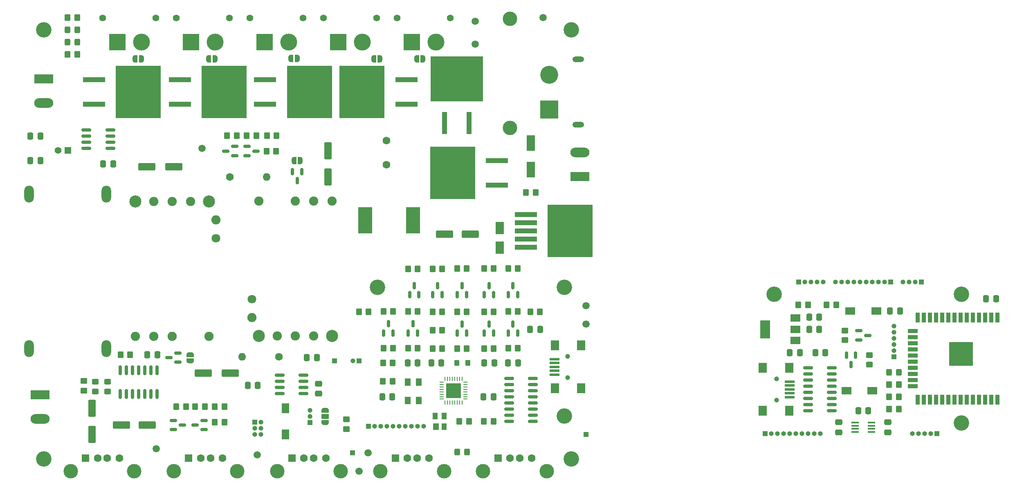
<source format=gbr>
%TF.GenerationSoftware,KiCad,Pcbnew,(6.0.0)*%
%TF.CreationDate,2022-02-25T16:17:33+00:00*%
%TF.ProjectId,ISOpower,49534f70-6f77-4657-922e-6b696361645f,rev?*%
%TF.SameCoordinates,Original*%
%TF.FileFunction,Soldermask,Top*%
%TF.FilePolarity,Negative*%
%FSLAX46Y46*%
G04 Gerber Fmt 4.6, Leading zero omitted, Abs format (unit mm)*
G04 Created by KiCad (PCBNEW (6.0.0)) date 2022-02-25 16:17:33*
%MOMM*%
%LPD*%
G01*
G04 APERTURE LIST*
G04 Aperture macros list*
%AMRoundRect*
0 Rectangle with rounded corners*
0 $1 Rounding radius*
0 $2 $3 $4 $5 $6 $7 $8 $9 X,Y pos of 4 corners*
0 Add a 4 corners polygon primitive as box body*
4,1,4,$2,$3,$4,$5,$6,$7,$8,$9,$2,$3,0*
0 Add four circle primitives for the rounded corners*
1,1,$1+$1,$2,$3*
1,1,$1+$1,$4,$5*
1,1,$1+$1,$6,$7*
1,1,$1+$1,$8,$9*
0 Add four rect primitives between the rounded corners*
20,1,$1+$1,$2,$3,$4,$5,0*
20,1,$1+$1,$4,$5,$6,$7,0*
20,1,$1+$1,$6,$7,$8,$9,0*
20,1,$1+$1,$8,$9,$2,$3,0*%
%AMFreePoly0*
4,1,22,0.500000,-0.750000,0.000000,-0.750000,0.000000,-0.745033,-0.079941,-0.743568,-0.215256,-0.701293,-0.333266,-0.622738,-0.424486,-0.514219,-0.481581,-0.384460,-0.499164,-0.250000,-0.500000,-0.250000,-0.500000,0.250000,-0.499164,0.250000,-0.499963,0.256109,-0.478152,0.396186,-0.417904,0.524511,-0.324060,0.630769,-0.204165,0.706417,-0.067858,0.745374,0.000000,0.744959,0.000000,0.750000,
0.500000,0.750000,0.500000,-0.750000,0.500000,-0.750000,$1*%
%AMFreePoly1*
4,1,20,0.000000,0.744959,0.073905,0.744508,0.209726,0.703889,0.328688,0.626782,0.421226,0.519385,0.479903,0.390333,0.500000,0.250000,0.500000,-0.250000,0.499851,-0.262216,0.476331,-0.402017,0.414519,-0.529596,0.319384,-0.634700,0.198574,-0.708877,0.061801,-0.746166,0.000000,-0.745033,0.000000,-0.750000,-0.500000,-0.750000,-0.500000,0.750000,0.000000,0.750000,0.000000,0.744959,
0.000000,0.744959,$1*%
%AMFreePoly2*
4,1,22,0.550000,-0.750000,0.000000,-0.750000,0.000000,-0.745033,-0.079941,-0.743568,-0.215256,-0.701293,-0.333266,-0.622738,-0.424486,-0.514219,-0.481581,-0.384460,-0.499164,-0.250000,-0.500000,-0.250000,-0.500000,0.250000,-0.499164,0.250000,-0.499963,0.256109,-0.478152,0.396186,-0.417904,0.524511,-0.324060,0.630769,-0.204165,0.706417,-0.067858,0.745374,0.000000,0.744959,0.000000,0.750000,
0.550000,0.750000,0.550000,-0.750000,0.550000,-0.750000,$1*%
%AMFreePoly3*
4,1,20,0.000000,0.744959,0.073905,0.744508,0.209726,0.703889,0.328688,0.626782,0.421226,0.519385,0.479903,0.390333,0.500000,0.250000,0.500000,-0.250000,0.499851,-0.262216,0.476331,-0.402017,0.414519,-0.529596,0.319384,-0.634700,0.198574,-0.708877,0.061801,-0.746166,0.000000,-0.745033,0.000000,-0.750000,-0.550000,-0.750000,-0.550000,0.750000,0.000000,0.750000,0.000000,0.744959,
0.000000,0.744959,$1*%
G04 Aperture macros list end*
%ADD10FreePoly0,180.000000*%
%ADD11FreePoly1,180.000000*%
%ADD12FreePoly0,90.000000*%
%ADD13FreePoly1,90.000000*%
%ADD14FreePoly0,0.000000*%
%ADD15FreePoly1,0.000000*%
%ADD16C,3.716000*%
%ADD17R,3.716000X3.716000*%
%ADD18O,2.400000X1.200000*%
%ADD19R,1.800000X2.500000*%
%ADD20R,1.600000X1.500000*%
%ADD21C,1.600000*%
%ADD22C,3.000000*%
%ADD23C,1.500000*%
%ADD24R,1.000000X1.000000*%
%ADD25O,1.000000X1.000000*%
%ADD26RoundRect,0.250000X-1.500000X-0.550000X1.500000X-0.550000X1.500000X0.550000X-1.500000X0.550000X0*%
%ADD27R,4.600000X1.100000*%
%ADD28R,9.400000X10.800000*%
%ADD29C,1.400000*%
%ADD30R,3.500000X3.500000*%
%ADD31C,3.500000*%
%ADD32RoundRect,0.150000X0.150000X-0.587500X0.150000X0.587500X-0.150000X0.587500X-0.150000X-0.587500X0*%
%ADD33RoundRect,0.062500X-0.375000X-0.062500X0.375000X-0.062500X0.375000X0.062500X-0.375000X0.062500X0*%
%ADD34RoundRect,0.062500X-0.062500X-0.375000X0.062500X-0.375000X0.062500X0.375000X-0.062500X0.375000X0*%
%ADD35R,3.100000X3.100000*%
%ADD36C,3.200000*%
%ADD37RoundRect,0.250000X-0.350000X-0.450000X0.350000X-0.450000X0.350000X0.450000X-0.350000X0.450000X0*%
%ADD38R,2.000000X1.600000*%
%ADD39C,1.000000*%
%ADD40R,2.000000X0.500000*%
%ADD41R,1.700000X2.000000*%
%ADD42O,1.600000X1.600000*%
%ADD43RoundRect,0.150000X0.150000X-0.825000X0.150000X0.825000X-0.150000X0.825000X-0.150000X-0.825000X0*%
%ADD44RoundRect,0.250000X0.337500X0.475000X-0.337500X0.475000X-0.337500X-0.475000X0.337500X-0.475000X0*%
%ADD45R,3.960000X1.980000*%
%ADD46O,3.960000X1.980000*%
%ADD47R,0.900000X2.000000*%
%ADD48R,2.000000X0.900000*%
%ADD49R,5.000000X5.000000*%
%ADD50RoundRect,0.250000X-0.337500X-0.475000X0.337500X-0.475000X0.337500X0.475000X-0.337500X0.475000X0*%
%ADD51RoundRect,0.250000X-0.325000X-0.450000X0.325000X-0.450000X0.325000X0.450000X-0.325000X0.450000X0*%
%ADD52RoundRect,0.250000X0.550000X-1.500000X0.550000X1.500000X-0.550000X1.500000X-0.550000X-1.500000X0*%
%ADD53R,1.600000X0.300000*%
%ADD54C,1.900000*%
%ADD55C,1.800000*%
%ADD56C,2.500000*%
%ADD57RoundRect,0.250000X0.350000X0.450000X-0.350000X0.450000X-0.350000X-0.450000X0.350000X-0.450000X0*%
%ADD58RoundRect,0.150000X-0.825000X-0.150000X0.825000X-0.150000X0.825000X0.150000X-0.825000X0.150000X0*%
%ADD59RoundRect,0.250000X-0.450000X0.325000X-0.450000X-0.325000X0.450000X-0.325000X0.450000X0.325000X0*%
%ADD60RoundRect,0.250000X0.325000X0.450000X-0.325000X0.450000X-0.325000X-0.450000X0.325000X-0.450000X0*%
%ADD61R,1.600000X2.000000*%
%ADD62R,1.300000X1.600000*%
%ADD63RoundRect,0.250000X-0.275000X-0.350000X0.275000X-0.350000X0.275000X0.350000X-0.275000X0.350000X0*%
%ADD64RoundRect,0.250000X-0.550000X1.500000X-0.550000X-1.500000X0.550000X-1.500000X0.550000X1.500000X0*%
%ADD65O,2.000000X3.500000*%
%ADD66R,1.400000X1.400000*%
%ADD67R,1.200000X1.400000*%
%ADD68R,1.000000X1.400000*%
%ADD69RoundRect,0.250000X0.475000X-0.337500X0.475000X0.337500X-0.475000X0.337500X-0.475000X-0.337500X0*%
%ADD70FreePoly2,270.000000*%
%ADD71R,1.500000X1.000000*%
%ADD72FreePoly3,270.000000*%
%ADD73R,1.100000X4.600000*%
%ADD74R,10.800000X9.400000*%
%ADD75RoundRect,0.250000X-0.450000X0.350000X-0.450000X-0.350000X0.450000X-0.350000X0.450000X0.350000X0*%
%ADD76RoundRect,0.150000X0.825000X0.150000X-0.825000X0.150000X-0.825000X-0.150000X0.825000X-0.150000X0*%
%ADD77RoundRect,0.150000X0.587500X0.150000X-0.587500X0.150000X-0.587500X-0.150000X0.587500X-0.150000X0*%
%ADD78RoundRect,0.250000X-0.475000X0.337500X-0.475000X-0.337500X0.475000X-0.337500X0.475000X0.337500X0*%
%ADD79RoundRect,0.150000X-0.587500X-0.150000X0.587500X-0.150000X0.587500X0.150000X-0.587500X0.150000X0*%
%ADD80R,2.000000X1.500000*%
%ADD81R,2.000000X3.800000*%
%ADD82RoundRect,0.150000X-0.150000X0.587500X-0.150000X-0.587500X0.150000X-0.587500X0.150000X0.587500X0*%
%ADD83RoundRect,0.250000X1.500000X0.550000X-1.500000X0.550000X-1.500000X-0.550000X1.500000X-0.550000X0*%
%ADD84R,2.900000X5.400000*%
%ADD85RoundRect,0.250000X0.450000X-0.350000X0.450000X0.350000X-0.450000X0.350000X-0.450000X-0.350000X0*%
%ADD86R,1.700000X3.300000*%
G04 APERTURE END LIST*
D10*
%TO.C,JP6*%
X115289511Y-51581015D03*
D11*
X113989511Y-51581015D03*
%TD*%
D12*
%TO.C,JP3*%
X93159511Y-114184511D03*
D13*
X93159511Y-112884511D03*
%TD*%
D14*
%TO.C,JP4*%
X81714511Y-51618751D03*
D15*
X83014511Y-51618751D03*
%TD*%
D10*
%TO.C,JP7*%
X132419511Y-51661332D03*
D11*
X131119511Y-51661332D03*
%TD*%
D14*
%TO.C,JP5*%
X96954511Y-51628650D03*
D15*
X98254511Y-51628650D03*
%TD*%
D10*
%TO.C,JP2*%
X115924511Y-72729511D03*
D11*
X114624511Y-72729511D03*
%TD*%
D14*
%TO.C,JP8*%
X140024511Y-51652885D03*
D15*
X141324511Y-51652885D03*
%TD*%
D16*
%TO.C,J1*%
X167454511Y-54899511D03*
D17*
X167454511Y-62099511D03*
D18*
X173454511Y-65249511D03*
X173454511Y-51749511D03*
%TD*%
D19*
%TO.C,D3*%
X157184511Y-86699511D03*
X157184511Y-90699511D03*
%TD*%
D20*
%TO.C,J12*%
X135599511Y-134319511D03*
D21*
X138099511Y-134319511D03*
X140099511Y-134319511D03*
X142599511Y-134319511D03*
D22*
X145669511Y-137029511D03*
X132529511Y-137029511D03*
%TD*%
D23*
%TO.C,TP2*%
X166184511Y-43049511D03*
%TD*%
D24*
%TO.C,J2*%
X247742500Y-129225000D03*
D25*
X246472500Y-129225000D03*
X245202500Y-129225000D03*
X243932500Y-129225000D03*
X242662500Y-129225000D03*
%TD*%
D26*
%TO.C,C14*%
X84159511Y-73999511D03*
X89759511Y-73999511D03*
%TD*%
D27*
%TO.C,Q4*%
X73219511Y-55984511D03*
D28*
X82369511Y-58524511D03*
D27*
X73219511Y-61064511D03*
%TD*%
D29*
%TO.C,J15*%
X90284511Y-43129511D03*
X101284511Y-43129511D03*
D30*
X93284511Y-48129511D03*
D31*
X98284511Y-48129511D03*
%TD*%
D32*
%TO.C,Q13*%
X143374511Y-100517011D03*
X145274511Y-100517011D03*
X144324511Y-98642011D03*
%TD*%
D33*
%TO.C,U3*%
X145222011Y-118604511D03*
X145222011Y-119104511D03*
X145222011Y-119604511D03*
X145222011Y-120104511D03*
X145222011Y-120604511D03*
X145222011Y-121104511D03*
X145222011Y-121604511D03*
X145222011Y-122104511D03*
D34*
X145909511Y-122792011D03*
X146409511Y-122792011D03*
X146909511Y-122792011D03*
X147409511Y-122792011D03*
X147909511Y-122792011D03*
X148409511Y-122792011D03*
X148909511Y-122792011D03*
X149409511Y-122792011D03*
D33*
X150097011Y-122104511D03*
X150097011Y-121604511D03*
X150097011Y-121104511D03*
X150097011Y-120604511D03*
X150097011Y-120104511D03*
X150097011Y-119604511D03*
X150097011Y-119104511D03*
X150097011Y-118604511D03*
D34*
X149409511Y-117917011D03*
X148909511Y-117917011D03*
X148409511Y-117917011D03*
X147909511Y-117917011D03*
X147409511Y-117917011D03*
X146909511Y-117917011D03*
X146409511Y-117917011D03*
X145909511Y-117917011D03*
D35*
X147659511Y-120354511D03*
%TD*%
D27*
%TO.C,Q5*%
X90999511Y-55984511D03*
D28*
X100149511Y-58524511D03*
D27*
X90999511Y-61064511D03*
%TD*%
D36*
%TO.C,H10*%
X252812500Y-127087500D03*
%TD*%
D37*
%TO.C,R15*%
X133164511Y-103989511D03*
X135164511Y-103989511D03*
%TD*%
D38*
%TO.C,SW2*%
X234397500Y-120335000D03*
X228997500Y-120335000D03*
%TD*%
D39*
%TO.C,J20*%
X214552500Y-122302500D03*
X214552500Y-117902500D03*
D40*
X217252500Y-118502500D03*
X217252500Y-119302500D03*
X217252500Y-120102500D03*
X217252500Y-120902500D03*
X217252500Y-121702500D03*
D41*
X217152500Y-124552500D03*
X211702500Y-115652500D03*
X211702500Y-124552500D03*
X217152500Y-115652500D03*
%TD*%
D21*
%TO.C,R7*%
X101304511Y-76069511D03*
D42*
X108924511Y-76069511D03*
%TD*%
D43*
%TO.C,U19*%
X78619511Y-121089511D03*
X79889511Y-121089511D03*
X81159511Y-121089511D03*
X82429511Y-121089511D03*
X83699511Y-121089511D03*
X84969511Y-121089511D03*
X86239511Y-121089511D03*
X86239511Y-116139511D03*
X84969511Y-116139511D03*
X83699511Y-116139511D03*
X82429511Y-116139511D03*
X81159511Y-116139511D03*
X79889511Y-116139511D03*
X78619511Y-116139511D03*
%TD*%
D24*
%TO.C,J8*%
X106494511Y-126869511D03*
D25*
X107764511Y-126869511D03*
X106494511Y-128139511D03*
X107764511Y-128139511D03*
X106494511Y-129409511D03*
X107764511Y-129409511D03*
%TD*%
%TO.C,J25*%
X126814511Y-114169511D03*
D24*
X128084511Y-114169511D03*
%TD*%
D36*
%TO.C,H1*%
X62804511Y-134489511D03*
%TD*%
D44*
%TO.C,C12*%
X77174511Y-73364511D03*
X75099511Y-73364511D03*
%TD*%
D27*
%TO.C,U10*%
X162634511Y-83864511D03*
X162634511Y-85564511D03*
X162634511Y-87264511D03*
D28*
X171784511Y-87264511D03*
D27*
X162634511Y-88964511D03*
X162634511Y-90664511D03*
%TD*%
D45*
%TO.C,J21*%
X173804511Y-75989511D03*
D46*
X173804511Y-70989511D03*
%TD*%
D37*
%TO.C,R28*%
X133023088Y-118449511D03*
X135023088Y-118449511D03*
%TD*%
D32*
%TO.C,Q10*%
X138294511Y-108404511D03*
X140194511Y-108404511D03*
X139244511Y-106529511D03*
%TD*%
D47*
%TO.C,U1*%
X260262500Y-105252500D03*
X258992500Y-105252500D03*
X257722500Y-105252500D03*
X256452500Y-105252500D03*
X255182500Y-105252500D03*
X253912500Y-105252500D03*
X252642500Y-105252500D03*
X251372500Y-105252500D03*
X250102500Y-105252500D03*
X248832500Y-105252500D03*
X247562500Y-105252500D03*
X246292500Y-105252500D03*
X245022500Y-105252500D03*
X243752500Y-105252500D03*
D48*
X242752500Y-108037500D03*
X242752500Y-109307500D03*
X242752500Y-110577500D03*
X242752500Y-111847500D03*
X242752500Y-113117500D03*
X242752500Y-114387500D03*
X242752500Y-115657500D03*
X242752500Y-116927500D03*
X242752500Y-118197500D03*
X242752500Y-119467500D03*
D47*
X243752500Y-122252500D03*
X245022500Y-122252500D03*
X246292500Y-122252500D03*
X247562500Y-122252500D03*
X248832500Y-122252500D03*
X250102500Y-122252500D03*
X251372500Y-122252500D03*
X252642500Y-122252500D03*
X253912500Y-122252500D03*
X255182500Y-122252500D03*
X256452500Y-122252500D03*
X257722500Y-122252500D03*
X258992500Y-122252500D03*
X260262500Y-122252500D03*
D49*
X252762500Y-112752500D03*
%TD*%
D50*
%TO.C,C25*%
X163524290Y-107654511D03*
X165599290Y-107654511D03*
%TD*%
D51*
%TO.C,D9*%
X237817500Y-116525000D03*
X239867500Y-116525000D03*
%TD*%
D37*
%TO.C,R3a1*%
X109019511Y-67549511D03*
X111019511Y-67549511D03*
%TD*%
D27*
%TO.C,Q1*%
X156609511Y-77809511D03*
D28*
X147459511Y-75269511D03*
D27*
X156609511Y-72729511D03*
%TD*%
D52*
%TO.C,C10*%
X121624511Y-76069511D03*
X121624511Y-70669511D03*
%TD*%
D53*
%TO.C,U13*%
X230792500Y-126980000D03*
X230792500Y-127630000D03*
X230792500Y-128280000D03*
X230792500Y-128930000D03*
X234192500Y-128930000D03*
X234192500Y-128280000D03*
X234192500Y-127630000D03*
X234192500Y-126980000D03*
%TD*%
D44*
%TO.C,C18*%
X62104511Y-67649511D03*
X60029511Y-67649511D03*
%TD*%
%TO.C,C29*%
X219327500Y-112482500D03*
X217252500Y-112482500D03*
%TD*%
D54*
%TO.C,U5*%
X85624511Y-109089511D03*
X98424511Y-84989511D03*
D55*
X98424511Y-88789511D03*
D56*
X81824511Y-81189511D03*
D54*
X85624511Y-81189511D03*
X89424511Y-81189511D03*
X93224511Y-81189511D03*
D56*
X97024511Y-81189511D03*
D54*
X97024511Y-109089511D03*
X89424511Y-109089511D03*
X81824511Y-109089511D03*
%TD*%
D57*
%TO.C,R23*%
X150404511Y-111629511D03*
X148404511Y-111629511D03*
%TD*%
D37*
%TO.C,R1*%
X162644511Y-79344511D03*
X164644511Y-79344511D03*
%TD*%
D29*
%TO.C,J14*%
X75044511Y-43129511D03*
X86044511Y-43129511D03*
D30*
X78044511Y-48129511D03*
D31*
X83044511Y-48129511D03*
%TD*%
D29*
%TO.C,J18*%
X147004511Y-43129511D03*
X136004511Y-43129511D03*
D30*
X139004511Y-48129511D03*
D31*
X144004511Y-48129511D03*
%TD*%
D44*
%TO.C,C4*%
X145119511Y-114639511D03*
X143044511Y-114639511D03*
%TD*%
D37*
%TO.C,R24*%
X237842500Y-124145000D03*
X239842500Y-124145000D03*
%TD*%
D58*
%TO.C,U6*%
X111639511Y-117179511D03*
X111639511Y-118449511D03*
X111639511Y-119719511D03*
X111639511Y-120989511D03*
X116589511Y-120989511D03*
X116589511Y-119719511D03*
X116589511Y-118449511D03*
X116589511Y-117179511D03*
%TD*%
D37*
%TO.C,R1a1*%
X100764511Y-67549511D03*
X102764511Y-67549511D03*
%TD*%
D59*
%TO.C,D5*%
X76014511Y-118469511D03*
X76014511Y-120519511D03*
%TD*%
D60*
%TO.C,D2*%
X150454511Y-133054511D03*
X148404511Y-133054511D03*
%TD*%
D61*
%TO.C,SW1*%
X112844511Y-129409511D03*
X112844511Y-124009511D03*
%TD*%
D57*
%TO.C,R3b1*%
X100239511Y-123694511D03*
X98239511Y-123694511D03*
%TD*%
D38*
%TO.C,SW3*%
X235192500Y-103825000D03*
X229792500Y-103825000D03*
%TD*%
D24*
%TO.C,J24*%
X123004511Y-114169511D03*
%TD*%
D45*
%TO.C,J22*%
X62804511Y-55749511D03*
D46*
X62804511Y-60749511D03*
%TD*%
D23*
%TO.C,TP7*%
X175074511Y-106549511D03*
%TD*%
%TO.C,TP4*%
X152104511Y-48599511D03*
%TD*%
D36*
%TO.C,H3*%
X172024511Y-134489511D03*
%TD*%
D62*
%TO.C,Y1*%
X138134511Y-118619511D03*
X138134511Y-122419511D03*
X140434511Y-122419511D03*
X140434511Y-118619511D03*
%TD*%
D63*
%TO.C,L1*%
X148294511Y-114639511D03*
X150594511Y-114639511D03*
%TD*%
D24*
%TO.C,J7*%
X219147500Y-97877500D03*
D25*
X220417500Y-97877500D03*
X221687500Y-97877500D03*
X222957500Y-97877500D03*
X224227500Y-97877500D03*
%TD*%
D20*
%TO.C,J13*%
X156849506Y-134319511D03*
D21*
X159349506Y-134319511D03*
X161349506Y-134319511D03*
X163849506Y-134319511D03*
D22*
X153779506Y-137029511D03*
X166919506Y-137029511D03*
%TD*%
D37*
%TO.C,R1b1*%
X90254511Y-123694511D03*
X92254511Y-123694511D03*
%TD*%
D64*
%TO.C,C9*%
X72839511Y-124004511D03*
X72839511Y-129404511D03*
%TD*%
D37*
%TO.C,R8*%
X148834511Y-126704511D03*
X150834511Y-126704511D03*
%TD*%
D60*
%TO.C,D6*%
X69784511Y-45589511D03*
X67734511Y-45589511D03*
%TD*%
D23*
%TO.C,TP10*%
X86064511Y-132419511D03*
%TD*%
D26*
%TO.C,C20*%
X145754511Y-87969511D03*
X151154511Y-87969511D03*
%TD*%
D57*
%TO.C,R21*%
X155987697Y-111629511D03*
X153987697Y-111629511D03*
%TD*%
D59*
%TO.C,D7*%
X73474511Y-118469511D03*
X73474511Y-120519511D03*
%TD*%
D32*
%TO.C,Q14*%
X148454511Y-100492011D03*
X150354511Y-100492011D03*
X149404511Y-98617011D03*
%TD*%
D50*
%TO.C,C15*%
X117289511Y-113534511D03*
X119364511Y-113534511D03*
%TD*%
D37*
%TO.C,R19*%
X143324511Y-95119511D03*
X145324511Y-95119511D03*
%TD*%
D44*
%TO.C,C27*%
X233530000Y-124547500D03*
X231455000Y-124547500D03*
%TD*%
D58*
%TO.C,U14*%
X221062500Y-115657500D03*
X221062500Y-116927500D03*
X221062500Y-118197500D03*
X221062500Y-119467500D03*
X221062500Y-120737500D03*
X221062500Y-122007500D03*
X221062500Y-123277500D03*
X221062500Y-124547500D03*
X226012500Y-124547500D03*
X226012500Y-123277500D03*
X226012500Y-122007500D03*
X226012500Y-120737500D03*
X226012500Y-119467500D03*
X226012500Y-118197500D03*
X226012500Y-116927500D03*
X226012500Y-115657500D03*
%TD*%
D57*
%TO.C,R13*%
X145324511Y-107819511D03*
X143324511Y-107819511D03*
%TD*%
D54*
%TO.C,U4*%
X122524511Y-81119511D03*
X114924511Y-81119511D03*
X107324511Y-81119511D03*
D56*
X107324511Y-109019511D03*
D54*
X111124511Y-109019511D03*
X114924511Y-109019511D03*
X118724511Y-109019511D03*
D56*
X122524511Y-109019511D03*
D55*
X105924511Y-101419511D03*
D54*
X105924511Y-105219511D03*
X118724511Y-81119511D03*
%TD*%
D23*
%TO.C,TP3*%
X129977385Y-133226805D03*
%TD*%
D57*
%TO.C,R36*%
X155987697Y-104009511D03*
X153987697Y-104009511D03*
%TD*%
%TO.C,R2*%
X226872500Y-102555000D03*
X224872500Y-102555000D03*
%TD*%
D50*
%TO.C,C2*%
X221295000Y-105095000D03*
X223370000Y-105095000D03*
%TD*%
D36*
%TO.C,H5*%
X252812500Y-100417500D03*
%TD*%
D37*
%TO.C,R27*%
X133054511Y-114639511D03*
X135054511Y-114639511D03*
%TD*%
D24*
%TO.C,J3*%
X244557500Y-97877500D03*
D25*
X243287500Y-97877500D03*
X242017500Y-97877500D03*
X240747500Y-97877500D03*
%TD*%
D32*
%TO.C,Q12*%
X138564511Y-100517011D03*
X140464511Y-100517011D03*
X139514511Y-98642011D03*
%TD*%
D44*
%TO.C,C8*%
X134959511Y-121624511D03*
X132884511Y-121624511D03*
%TD*%
D21*
%TO.C,C19*%
X133799511Y-73529511D03*
X133799511Y-68529511D03*
%TD*%
D36*
%TO.C,H7*%
X131894511Y-98929511D03*
%TD*%
D50*
%TO.C,C3*%
X257892500Y-101285000D03*
X259967500Y-101285000D03*
%TD*%
D65*
%TO.C,M1*%
X59809511Y-111629511D03*
X75809511Y-111629511D03*
X59809511Y-79629511D03*
X75809511Y-79629511D03*
D66*
X67809511Y-70629511D03*
D29*
X65809511Y-70629511D03*
%TD*%
D23*
%TO.C,TP1*%
X152104511Y-43815000D03*
%TD*%
D20*
%TO.C,J10*%
X92834511Y-134319511D03*
D21*
X95334511Y-134319511D03*
X97334511Y-134319511D03*
X99834511Y-134319511D03*
D22*
X102904511Y-137029511D03*
X89764511Y-137029511D03*
%TD*%
D27*
%TO.C,Q6*%
X108664511Y-55984511D03*
D28*
X117814511Y-58524511D03*
D27*
X108664511Y-61064511D03*
%TD*%
D67*
%TO.C,D4*%
X144029511Y-127804511D03*
D68*
X145749511Y-127804511D03*
X145749511Y-125604511D03*
X143849511Y-125604511D03*
%TD*%
D24*
%TO.C,J6*%
X117924511Y-126954511D03*
D25*
X117924511Y-125684511D03*
X117924511Y-124414511D03*
%TD*%
D21*
%TO.C,R6*%
X111464511Y-113369511D03*
D42*
X103844511Y-113369511D03*
%TD*%
D37*
%TO.C,R31*%
X78714511Y-112899511D03*
X80714511Y-112899511D03*
%TD*%
D24*
%TO.C,J26*%
X175074511Y-129409511D03*
%TD*%
D50*
%TO.C,C1*%
X238037500Y-103825000D03*
X240112500Y-103825000D03*
%TD*%
D37*
%TO.C,R12*%
X143324511Y-104009511D03*
X145324511Y-104009511D03*
%TD*%
D69*
%TO.C,C26*%
X227412500Y-128992500D03*
X227412500Y-126917500D03*
%TD*%
D70*
%TO.C,JP1*%
X121099511Y-124409511D03*
D71*
X121099511Y-125709511D03*
D72*
X121099511Y-127009511D03*
%TD*%
D57*
%TO.C,R4a1*%
X110924511Y-70724511D03*
X108924511Y-70724511D03*
%TD*%
D44*
%TO.C,C24*%
X155914511Y-121624511D03*
X153839511Y-121624511D03*
%TD*%
D29*
%TO.C,J17*%
X120764511Y-43129511D03*
X131764511Y-43129511D03*
D30*
X123764511Y-48129511D03*
D31*
X128764511Y-48129511D03*
%TD*%
D57*
%TO.C,R17*%
X150404511Y-104009511D03*
X148404511Y-104009511D03*
%TD*%
D37*
%TO.C,R29*%
X237842500Y-121605000D03*
X239842500Y-121605000D03*
%TD*%
D50*
%TO.C,C23*%
X158919511Y-114639511D03*
X160994511Y-114639511D03*
%TD*%
D57*
%TO.C,R14*%
X130084511Y-104009511D03*
X128084511Y-104009511D03*
%TD*%
D73*
%TO.C,Q8*%
X145754511Y-64899511D03*
D74*
X148294511Y-55749511D03*
D73*
X150834511Y-64899511D03*
%TD*%
D36*
%TO.C,H8*%
X170629511Y-125599511D03*
%TD*%
D75*
%TO.C,R5*%
X125434511Y-126339511D03*
X125434511Y-128339511D03*
%TD*%
D58*
%TO.C,U8*%
X159154511Y-117814511D03*
X159154511Y-119084511D03*
X159154511Y-120354511D03*
X159154511Y-121624511D03*
X159154511Y-122894511D03*
X159154511Y-124164511D03*
X159154511Y-125434511D03*
X159154511Y-126704511D03*
X164104511Y-126704511D03*
X164104511Y-125434511D03*
X164104511Y-124164511D03*
X164104511Y-122894511D03*
X164104511Y-121624511D03*
X164104511Y-120354511D03*
X164104511Y-119084511D03*
X164104511Y-117814511D03*
%TD*%
D44*
%TO.C,C30*%
X86344511Y-112899511D03*
X84269511Y-112899511D03*
%TD*%
D37*
%TO.C,R22*%
X158968730Y-111609511D03*
X160968730Y-111609511D03*
%TD*%
D44*
%TO.C,C11*%
X107129511Y-119249511D03*
X105054511Y-119249511D03*
%TD*%
D23*
%TO.C,TP5*%
X128084511Y-137029511D03*
%TD*%
D29*
%TO.C,J16*%
X116524511Y-43129511D03*
X105524511Y-43129511D03*
D30*
X108524511Y-48129511D03*
D31*
X113524511Y-48129511D03*
%TD*%
D20*
%TO.C,J9*%
X71464511Y-134319511D03*
D21*
X73964511Y-134319511D03*
X75964511Y-134319511D03*
X78464511Y-134319511D03*
D22*
X68394511Y-137029511D03*
X81534511Y-137029511D03*
%TD*%
D37*
%TO.C,R4b1*%
X98239511Y-126869511D03*
X100239511Y-126869511D03*
%TD*%
%TO.C,R35*%
X163545544Y-104009511D03*
X165545544Y-104009511D03*
%TD*%
D23*
%TO.C,TP6*%
X107019511Y-133689511D03*
%TD*%
D50*
%TO.C,C7*%
X138134511Y-114639511D03*
X140209511Y-114639511D03*
%TD*%
D76*
%TO.C,U7*%
X76584511Y-70189511D03*
X76584511Y-68919511D03*
X76584511Y-67649511D03*
X76584511Y-66379511D03*
X71634511Y-66379511D03*
X71634511Y-67649511D03*
X71634511Y-68919511D03*
X71634511Y-70189511D03*
%TD*%
D57*
%TO.C,R34*%
X69759511Y-50669511D03*
X67759511Y-50669511D03*
%TD*%
D44*
%TO.C,C28*%
X224640000Y-112482500D03*
X222565000Y-112482500D03*
%TD*%
D37*
%TO.C,R38*%
X153987697Y-95094511D03*
X155987697Y-95094511D03*
%TD*%
D77*
%TO.C,U15*%
X96002011Y-128454511D03*
X96002011Y-126554511D03*
X94127011Y-127504511D03*
%TD*%
D78*
%TO.C,C6*%
X237572500Y-126917500D03*
X237572500Y-128992500D03*
%TD*%
D79*
%TO.C,Q20*%
X231555000Y-107955000D03*
X231555000Y-109855000D03*
X233430000Y-108905000D03*
%TD*%
D77*
%TO.C,U16*%
X102337011Y-71674511D03*
X102337011Y-69774511D03*
X100462011Y-70724511D03*
%TD*%
D80*
%TO.C,U2*%
X218472500Y-109935000D03*
X218472500Y-107635000D03*
D81*
X212172500Y-107635000D03*
D80*
X218472500Y-105335000D03*
%TD*%
D24*
%TO.C,J30*%
X126704511Y-133219511D03*
%TD*%
D50*
%TO.C,C22*%
X154009511Y-114639511D03*
X156084511Y-114639511D03*
%TD*%
D60*
%TO.C,D8*%
X69784511Y-48129511D03*
X67734511Y-48129511D03*
%TD*%
D78*
%TO.C,C17*%
X119719511Y-118914511D03*
X119719511Y-120989511D03*
%TD*%
D37*
%TO.C,R18*%
X138244511Y-95119511D03*
X140244511Y-95119511D03*
%TD*%
D24*
%TO.C,J29*%
X130004511Y-127747783D03*
D25*
X131274511Y-127747783D03*
X132544511Y-127747783D03*
X133814511Y-127747783D03*
X135084511Y-127747783D03*
X136354511Y-127747783D03*
X137624511Y-127747783D03*
X138894511Y-127747783D03*
X140164511Y-127747783D03*
X141434511Y-127747783D03*
%TD*%
D79*
%TO.C,U17*%
X89682011Y-126554511D03*
X89682011Y-128454511D03*
X91557011Y-127504511D03*
%TD*%
D32*
%TO.C,Q16*%
X159018730Y-108424511D03*
X160918730Y-108424511D03*
X159968730Y-106549511D03*
%TD*%
D57*
%TO.C,R16*%
X140244511Y-103989511D03*
X138244511Y-103989511D03*
%TD*%
D32*
%TO.C,Q17*%
X154037697Y-100492011D03*
X155937697Y-100492011D03*
X154987697Y-98617011D03*
%TD*%
D37*
%TO.C,R2b1*%
X94159511Y-123694511D03*
X96159511Y-123694511D03*
%TD*%
D24*
%TO.C,J5*%
X238207500Y-97877500D03*
D25*
X236937500Y-97877500D03*
X235667500Y-97877500D03*
X234397500Y-97877500D03*
X233127500Y-97877500D03*
X231857500Y-97877500D03*
X230587500Y-97877500D03*
X229317500Y-97877500D03*
X228047500Y-97877500D03*
X226777500Y-97877500D03*
%TD*%
D50*
%TO.C,C5*%
X221295000Y-107635000D03*
X223370000Y-107635000D03*
%TD*%
D32*
%TO.C,Q15*%
X154037697Y-108424511D03*
X155937697Y-108424511D03*
X154987697Y-106549511D03*
%TD*%
D82*
%TO.C,Q2*%
X116224511Y-74967011D03*
X114324511Y-74967011D03*
X115274511Y-76842011D03*
%TD*%
%TO.C,Q19*%
X230902500Y-113047500D03*
X229002500Y-113047500D03*
X229952500Y-114922500D03*
%TD*%
D57*
%TO.C,R9*%
X135164511Y-111609511D03*
X133164511Y-111609511D03*
%TD*%
%TO.C,R10*%
X140244511Y-111609511D03*
X138244511Y-111609511D03*
%TD*%
D22*
%TO.C,F1*%
X159324511Y-43309511D03*
X159324511Y-65909511D03*
%TD*%
D36*
%TO.C,H4*%
X62804511Y-45589511D03*
%TD*%
D37*
%TO.C,R11*%
X143324511Y-111629511D03*
X145324511Y-111629511D03*
%TD*%
D32*
%TO.C,Q18*%
X159018730Y-100492011D03*
X160918730Y-100492011D03*
X159968730Y-98617011D03*
%TD*%
%TO.C,Q9*%
X133214511Y-108404511D03*
X135114511Y-108404511D03*
X134164511Y-106529511D03*
%TD*%
D83*
%TO.C,C21*%
X84269511Y-127504511D03*
X78869511Y-127504511D03*
%TD*%
D57*
%TO.C,R32*%
X69759511Y-43049511D03*
X67759511Y-43049511D03*
%TD*%
D24*
%TO.C,J4*%
X238842500Y-113350000D03*
D25*
X238842500Y-112080000D03*
X238842500Y-110810000D03*
X238842500Y-109540000D03*
X238842500Y-108270000D03*
X238842500Y-107000000D03*
%TD*%
D37*
%TO.C,R4*%
X153914511Y-126704511D03*
X155914511Y-126704511D03*
%TD*%
D39*
%TO.C,J31*%
X171264511Y-117639511D03*
X171264511Y-113239511D03*
D40*
X168564511Y-117039511D03*
X168564511Y-116239511D03*
X168564511Y-115439511D03*
X168564511Y-114639511D03*
X168564511Y-113839511D03*
D41*
X168664511Y-119889511D03*
X168664511Y-110989511D03*
X174114511Y-119889511D03*
X174114511Y-110989511D03*
%TD*%
D36*
%TO.C,H6*%
X214077500Y-100417500D03*
%TD*%
D45*
%TO.C,J23*%
X62044511Y-121234511D03*
D46*
X62044511Y-126234511D03*
%TD*%
D32*
%TO.C,Q11*%
X148454511Y-108424511D03*
X150354511Y-108424511D03*
X149404511Y-106549511D03*
%TD*%
D37*
%TO.C,R39*%
X158968730Y-95094511D03*
X160968730Y-95094511D03*
%TD*%
D57*
%TO.C,R37*%
X160968730Y-103989511D03*
X158968730Y-103989511D03*
%TD*%
D23*
%TO.C,TP9*%
X95589511Y-70189511D03*
%TD*%
D27*
%TO.C,Q7*%
X137879511Y-61064511D03*
D28*
X128729511Y-58524511D03*
D27*
X137879511Y-55984511D03*
%TD*%
D83*
%TO.C,C13*%
X101414511Y-116709511D03*
X95814511Y-116709511D03*
%TD*%
D44*
%TO.C,C16*%
X62104511Y-72729511D03*
X60029511Y-72729511D03*
%TD*%
D75*
%TO.C,R25*%
X233762500Y-112985000D03*
X233762500Y-114985000D03*
%TD*%
D36*
%TO.C,H2*%
X172024511Y-45589511D03*
%TD*%
D75*
%TO.C,R33*%
X71120000Y-118380000D03*
X71120000Y-120380000D03*
%TD*%
D84*
%TO.C,L2*%
X139254511Y-85089511D03*
X129354511Y-85089511D03*
%TD*%
D85*
%TO.C,R26*%
X228682500Y-109905000D03*
X228682500Y-107905000D03*
%TD*%
D20*
%TO.C,J11*%
X114204511Y-134319511D03*
D21*
X116704511Y-134319511D03*
X118704511Y-134319511D03*
X121204511Y-134319511D03*
D22*
X111134511Y-137029511D03*
X124274511Y-137029511D03*
%TD*%
D37*
%TO.C,R30*%
X237842500Y-119065000D03*
X239842500Y-119065000D03*
%TD*%
D86*
%TO.C,D1*%
X163644511Y-69084511D03*
X163644511Y-74584511D03*
%TD*%
D37*
%TO.C,R3*%
X219062500Y-102555000D03*
X221062500Y-102555000D03*
%TD*%
D36*
%TO.C,H9*%
X170629511Y-98929511D03*
%TD*%
D23*
%TO.C,TP8*%
X175074511Y-102739511D03*
%TD*%
D79*
%TO.C,U18*%
X104907011Y-69774511D03*
X104907011Y-71674511D03*
X106782011Y-70724511D03*
%TD*%
D77*
%TO.C,Q3*%
X90589511Y-114484511D03*
X90589511Y-112584511D03*
X88714511Y-113534511D03*
%TD*%
D37*
%TO.C,R20*%
X148404511Y-95094511D03*
X150404511Y-95094511D03*
%TD*%
%TO.C,R2a1*%
X104844511Y-67549511D03*
X106844511Y-67549511D03*
%TD*%
D24*
%TO.C,J19*%
X212172500Y-129225000D03*
D25*
X213442500Y-129225000D03*
X214712500Y-129225000D03*
X215982500Y-129225000D03*
X217252500Y-129225000D03*
X218522500Y-129225000D03*
X219792500Y-129225000D03*
X221062500Y-129225000D03*
X222332500Y-129225000D03*
X223602500Y-129225000D03*
%TD*%
M02*

</source>
